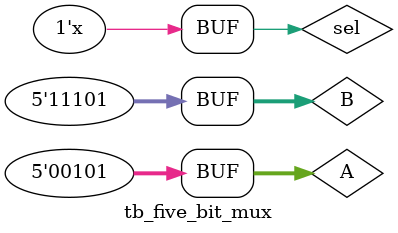
<source format=v>
module tb_five_bit_mux();
// Wire Ports
	wire [4:0] Y;
// Register Declarations
	reg [4:0] A, B; 
	reg sel;

five_bit_muxout mux1 (Y, A, B, sel); // instantiate the mux
	initial begin
		A = 5'b01010; 
		B = 5'b10101;
		sel = 1'b1; 
		#10;
		A = 5'b00000;
		#10
		sel = 1'b1; 
		#10;
		B = 5'b11111; 
		#5;
		A = 5'b00101;
		#5; 
		sel = 1'b0; 
		B = 5'b11101;
		#5; 
		sel = 1'bx;
	end
always @(A or B or sel)
	#1 $display("At t = %0d sel = %b A = %b B = %b Y = %b",$time,
			sel, A, B, Y);

endmodule // test

</source>
